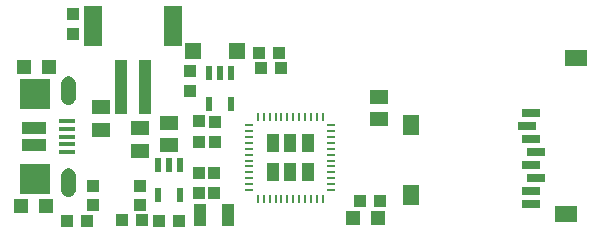
<source format=gbr>
G04 EAGLE Gerber RS-274X export*
G75*
%MOMM*%
%FSLAX34Y34*%
%LPD*%
%INSolderpaste Top*%
%IPPOS*%
%AMOC8*
5,1,8,0,0,1.08239X$1,22.5*%
G01*
%ADD10R,1.500000X1.300000*%
%ADD11R,1.000000X1.100000*%
%ADD12R,1.200000X1.200000*%
%ADD13R,1.100000X1.000000*%
%ADD14R,1.000000X1.000000*%
%ADD15R,1.350000X0.400000*%
%ADD16R,2.000000X1.000000*%
%ADD17R,2.500000X2.500000*%
%ADD18R,0.550000X1.200000*%
%ADD19R,1.400000X1.400000*%
%ADD20R,1.000000X4.600000*%
%ADD21R,1.600000X3.400000*%
%ADD22R,0.250000X0.750000*%
%ADD23R,0.750000X0.250000*%
%ADD24R,1.000000X1.500000*%
%ADD25R,1.100000X1.900000*%
%ADD26R,1.900000X1.400000*%
%ADD27R,1.400000X1.800000*%
%ADD28R,1.500000X0.700000*%

G36*
X53548Y141173D02*
X53548Y141173D01*
X54822Y141373D01*
X54869Y141390D01*
X54959Y141411D01*
X56155Y141889D01*
X56198Y141916D01*
X56281Y141956D01*
X57341Y142688D01*
X57377Y142724D01*
X57448Y142782D01*
X58319Y143732D01*
X58346Y143774D01*
X58403Y143847D01*
X59040Y144967D01*
X59057Y145014D01*
X59096Y145097D01*
X59469Y146331D01*
X59474Y146381D01*
X59494Y146471D01*
X59583Y147756D01*
X59581Y147776D01*
X59584Y147800D01*
X59584Y158800D01*
X59582Y158815D01*
X59583Y158835D01*
X59522Y159961D01*
X59511Y160008D01*
X59503Y160084D01*
X59222Y161177D01*
X59202Y161221D01*
X59180Y161294D01*
X58692Y162311D01*
X58664Y162350D01*
X58627Y162417D01*
X57950Y163320D01*
X57915Y163353D01*
X57866Y163411D01*
X57026Y164164D01*
X56985Y164190D01*
X56925Y164238D01*
X55954Y164812D01*
X55909Y164829D01*
X55842Y164865D01*
X54777Y165239D01*
X54730Y165247D01*
X54657Y165269D01*
X53540Y165428D01*
X53512Y165427D01*
X53360Y165428D01*
X52244Y165269D01*
X52198Y165254D01*
X52123Y165239D01*
X51058Y164865D01*
X51016Y164841D01*
X50946Y164812D01*
X49975Y164238D01*
X49938Y164206D01*
X49874Y164164D01*
X49034Y163411D01*
X49005Y163374D01*
X48950Y163320D01*
X48273Y162417D01*
X48251Y162374D01*
X48208Y162311D01*
X47720Y161294D01*
X47707Y161247D01*
X47678Y161177D01*
X47397Y160084D01*
X47394Y160036D01*
X47378Y159961D01*
X47317Y158835D01*
X47319Y158819D01*
X47316Y158800D01*
X47316Y147800D01*
X47319Y147785D01*
X47317Y147765D01*
X47378Y146639D01*
X47390Y146592D01*
X47397Y146516D01*
X47678Y145423D01*
X47698Y145379D01*
X47720Y145306D01*
X48208Y144289D01*
X48237Y144250D01*
X48273Y144183D01*
X48950Y143280D01*
X48985Y143247D01*
X49034Y143189D01*
X49874Y142436D01*
X49915Y142410D01*
X49975Y142362D01*
X50946Y141788D01*
X50991Y141771D01*
X51058Y141735D01*
X52123Y141361D01*
X52170Y141353D01*
X52244Y141331D01*
X53360Y141172D01*
X53361Y141172D01*
X53548Y141173D01*
G37*
G36*
X53548Y63173D02*
X53548Y63173D01*
X54822Y63373D01*
X54869Y63390D01*
X54959Y63411D01*
X56155Y63889D01*
X56198Y63916D01*
X56281Y63956D01*
X57341Y64688D01*
X57377Y64724D01*
X57448Y64782D01*
X58319Y65732D01*
X58346Y65774D01*
X58403Y65847D01*
X59040Y66967D01*
X59057Y67014D01*
X59096Y67097D01*
X59469Y68331D01*
X59474Y68381D01*
X59494Y68471D01*
X59583Y69756D01*
X59581Y69776D01*
X59584Y69800D01*
X59584Y80800D01*
X59582Y80815D01*
X59583Y80835D01*
X59522Y81961D01*
X59511Y82008D01*
X59503Y82084D01*
X59222Y83177D01*
X59202Y83221D01*
X59180Y83294D01*
X58692Y84311D01*
X58664Y84350D01*
X58627Y84417D01*
X57950Y85320D01*
X57915Y85353D01*
X57866Y85411D01*
X57026Y86164D01*
X56985Y86190D01*
X56925Y86238D01*
X55954Y86812D01*
X55909Y86829D01*
X55842Y86865D01*
X54777Y87239D01*
X54730Y87247D01*
X54657Y87269D01*
X53540Y87428D01*
X53512Y87427D01*
X53360Y87428D01*
X52244Y87269D01*
X52198Y87254D01*
X52123Y87239D01*
X51058Y86865D01*
X51016Y86841D01*
X50946Y86812D01*
X49975Y86238D01*
X49938Y86206D01*
X49874Y86164D01*
X49034Y85411D01*
X49005Y85374D01*
X48950Y85320D01*
X48273Y84417D01*
X48251Y84374D01*
X48208Y84311D01*
X47720Y83294D01*
X47707Y83247D01*
X47678Y83177D01*
X47397Y82084D01*
X47394Y82036D01*
X47378Y81961D01*
X47317Y80835D01*
X47319Y80819D01*
X47316Y80800D01*
X47316Y69800D01*
X47319Y69785D01*
X47317Y69765D01*
X47378Y68639D01*
X47390Y68592D01*
X47397Y68516D01*
X47678Y67423D01*
X47698Y67379D01*
X47720Y67306D01*
X48208Y66289D01*
X48237Y66250D01*
X48273Y66183D01*
X48950Y65280D01*
X48985Y65247D01*
X49034Y65189D01*
X49874Y64436D01*
X49915Y64410D01*
X49975Y64362D01*
X50946Y63788D01*
X50991Y63771D01*
X51058Y63735D01*
X52123Y63361D01*
X52170Y63353D01*
X52244Y63331D01*
X53360Y63172D01*
X53361Y63172D01*
X53548Y63173D01*
G37*
D10*
X80880Y120090D03*
X80880Y139090D03*
D11*
X164000Y110120D03*
X164000Y127120D03*
D10*
X138580Y125740D03*
X138580Y106740D03*
D12*
X15950Y173590D03*
X36950Y173590D03*
D13*
X98688Y43446D03*
X115688Y43446D03*
D11*
X57150Y218050D03*
X57150Y201050D03*
D14*
X73980Y56770D03*
X73980Y72770D03*
X113980Y72770D03*
X113980Y56770D03*
D15*
X52200Y127300D03*
X52200Y120800D03*
X52200Y114300D03*
X52200Y107800D03*
X52200Y101300D03*
D16*
X24450Y121800D03*
X24450Y106800D03*
D17*
X25450Y150300D03*
X25450Y78300D03*
D18*
X191110Y167941D03*
X181610Y167941D03*
X172110Y167941D03*
X172110Y141939D03*
X191110Y141939D03*
D19*
X196300Y186690D03*
X159300Y186690D03*
D20*
X97950Y156040D03*
X117950Y156040D03*
D21*
X73950Y208040D03*
X141950Y208040D03*
D18*
X147930Y90471D03*
X138430Y90471D03*
X128930Y90471D03*
X128930Y64469D03*
X147930Y64469D03*
D12*
X34630Y55880D03*
X13630Y55880D03*
D13*
X52460Y43180D03*
X69460Y43180D03*
D10*
X114300Y121260D03*
X114300Y102260D03*
D13*
X146930Y43180D03*
X129930Y43180D03*
X215020Y185420D03*
X232020Y185420D03*
X233290Y172720D03*
X216290Y172720D03*
D22*
X213800Y61770D03*
X218800Y61770D03*
X223800Y61770D03*
X228800Y61770D03*
X233800Y61770D03*
X238800Y61770D03*
X243800Y61770D03*
X248800Y61770D03*
X253800Y61770D03*
X258800Y61770D03*
X263800Y61770D03*
D23*
X276050Y69020D03*
X276050Y74020D03*
X276050Y79020D03*
X276050Y84020D03*
X276050Y89020D03*
X276050Y94020D03*
X276050Y99020D03*
X276050Y104020D03*
X276050Y109020D03*
X276050Y114020D03*
X276050Y119020D03*
D22*
X268800Y131270D03*
X263800Y131270D03*
X258800Y131270D03*
X253800Y131270D03*
X248800Y131270D03*
X243800Y131270D03*
X238800Y131270D03*
X233800Y131270D03*
X228800Y131270D03*
X223800Y131270D03*
X218800Y131270D03*
D23*
X206550Y124020D03*
X206550Y119020D03*
X206550Y114020D03*
X206550Y109020D03*
X206550Y104020D03*
X206550Y99020D03*
X206550Y94020D03*
X206550Y89020D03*
X206550Y84020D03*
X206550Y79020D03*
X206550Y74020D03*
D24*
X226300Y109020D03*
X241300Y109020D03*
X256300Y109020D03*
X256300Y84020D03*
X241300Y84020D03*
X226300Y84020D03*
D22*
X268800Y61770D03*
D23*
X276050Y124020D03*
D22*
X213800Y131270D03*
D23*
X206550Y69020D03*
D11*
X177800Y109610D03*
X177800Y126610D03*
X176530Y66430D03*
X176530Y83430D03*
X163830Y66430D03*
X163830Y83430D03*
D25*
X188530Y48260D03*
X164530Y48260D03*
D10*
X316230Y147930D03*
X316230Y128930D03*
D11*
X156210Y152790D03*
X156210Y169790D03*
D26*
X474490Y48450D03*
X483490Y180450D03*
D27*
X343490Y64450D03*
X343490Y124450D03*
D28*
X445490Y57450D03*
X445490Y68450D03*
X449490Y79450D03*
X445490Y90450D03*
X449490Y101450D03*
X445490Y112450D03*
X441490Y123450D03*
X445490Y134450D03*
D12*
X315300Y45720D03*
X294300Y45720D03*
D13*
X317110Y59690D03*
X300110Y59690D03*
M02*

</source>
